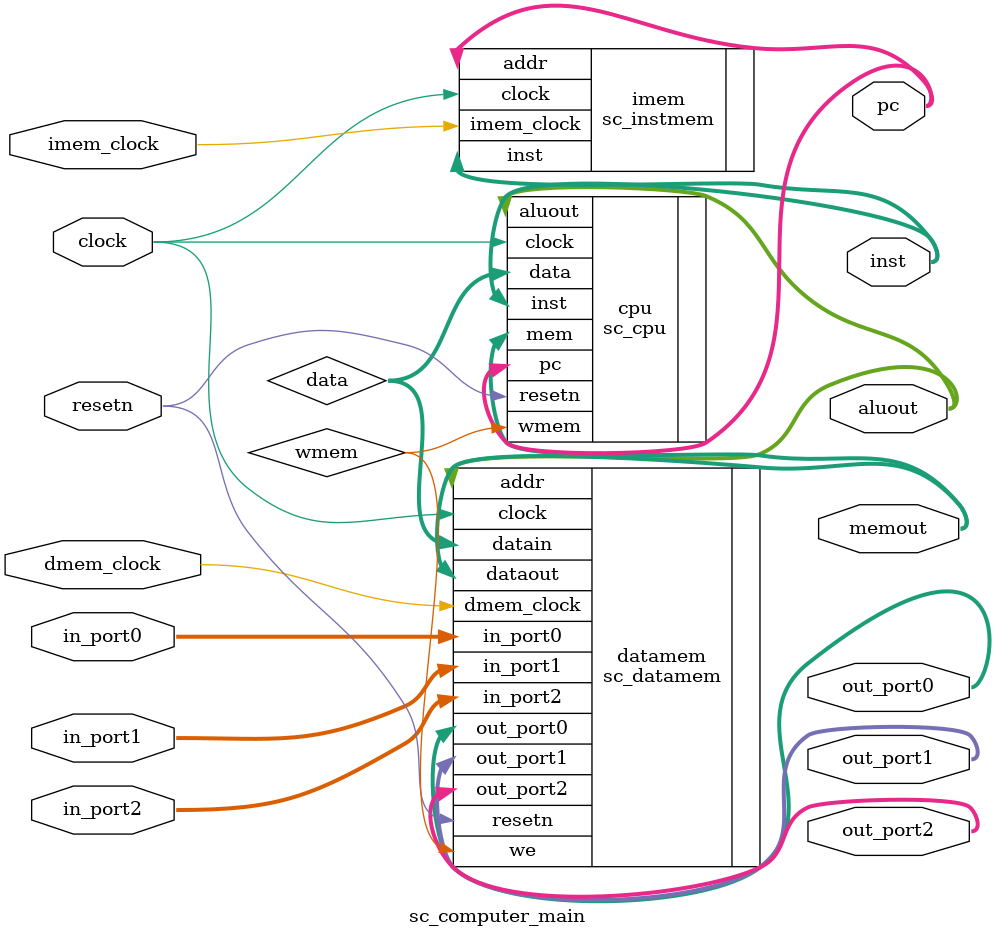
<source format=v>

module sc_computer_main (
	resetn,clock,imem_clock,dmem_clock,pc,inst,aluout,memout,
	out_port0,out_port1,out_port2,in_port0,in_port1,in_port2);
   
   input resetn,clock,imem_clock,dmem_clock;
   input [31:0] in_port0,in_port1,in_port2;
   output [31:0] pc,inst,aluout,memout;
   output [31:0] out_port0,out_port1,out_port2;
   wire   [31:0] data;
   wire          wmem; // all these "wire"s are used to connect or interface the cpu,dmem,imem and so on.
   
 //sc_cpu ,CPU module.
   sc_cpu cpu(
   .clock(clock),
   .resetn(resetn),
   .inst(inst),
   .mem(memout),
   .pc(pc),
   .wmem(wmem),
   .aluout(aluout),
   .data(data));
   
//  sc_instmem, instruction memory.  
   sc_instmem  imem (
   .addr(pc),
   .inst(inst),
   .clock(clock),
  // .mem_clk(mem_clk),
   .imem_clock(imem_clock));
   
//sc_datamem, data memory.      
   sc_datamem datamem(
      .resetn(resetn),
      .addr(aluout),
      .datain(data),
      .dataout(memout),
      .we(wmem),
      .clock(clock),
      .dmem_clock(dmem_clock),	
	   .out_port0(out_port0),
      .out_port1(out_port1),
      .out_port2(out_port2),
      .in_port0(in_port0),
      .in_port1(in_port1),
       .in_port2(in_port2)
   );


endmodule
































</source>
